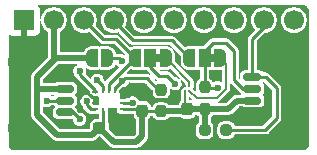
<source format=gbr>
%TF.GenerationSoftware,KiCad,Pcbnew,9.0.3*%
%TF.CreationDate,2025-09-10T00:52:22-04:00*%
%TF.ProjectId,IMU-Magnetometer,494d552d-4d61-4676-9e65-746f6d657465,rev?*%
%TF.SameCoordinates,Original*%
%TF.FileFunction,Copper,L1,Top*%
%TF.FilePolarity,Positive*%
%FSLAX46Y46*%
G04 Gerber Fmt 4.6, Leading zero omitted, Abs format (unit mm)*
G04 Created by KiCad (PCBNEW 9.0.3) date 2025-09-10 00:52:22*
%MOMM*%
%LPD*%
G01*
G04 APERTURE LIST*
G04 Aperture macros list*
%AMRoundRect*
0 Rectangle with rounded corners*
0 $1 Rounding radius*
0 $2 $3 $4 $5 $6 $7 $8 $9 X,Y pos of 4 corners*
0 Add a 4 corners polygon primitive as box body*
4,1,4,$2,$3,$4,$5,$6,$7,$8,$9,$2,$3,0*
0 Add four circle primitives for the rounded corners*
1,1,$1+$1,$2,$3*
1,1,$1+$1,$4,$5*
1,1,$1+$1,$6,$7*
1,1,$1+$1,$8,$9*
0 Add four rect primitives between the rounded corners*
20,1,$1+$1,$2,$3,$4,$5,0*
20,1,$1+$1,$4,$5,$6,$7,0*
20,1,$1+$1,$6,$7,$8,$9,0*
20,1,$1+$1,$8,$9,$2,$3,0*%
%AMFreePoly0*
4,1,23,0.550000,-0.750000,0.000000,-0.750000,0.000000,-0.745722,-0.065263,-0.745722,-0.191342,-0.711940,-0.304381,-0.646677,-0.396677,-0.554381,-0.461940,-0.441342,-0.495722,-0.315263,-0.495722,-0.250000,-0.500000,-0.250000,-0.500000,0.250000,-0.495722,0.250000,-0.495722,0.315263,-0.461940,0.441342,-0.396677,0.554381,-0.304381,0.646677,-0.191342,0.711940,-0.065263,0.745722,0.000000,0.745722,
0.000000,0.750000,0.550000,0.750000,0.550000,-0.750000,0.550000,-0.750000,$1*%
%AMFreePoly1*
4,1,23,0.000000,0.745722,0.065263,0.745722,0.191342,0.711940,0.304381,0.646677,0.396677,0.554381,0.461940,0.441342,0.495722,0.315263,0.495722,0.250000,0.500000,0.250000,0.500000,-0.250000,0.495722,-0.250000,0.495722,-0.315263,0.461940,-0.441342,0.396677,-0.554381,0.304381,-0.646677,0.191342,-0.711940,0.065263,-0.745722,0.000000,-0.745722,0.000000,-0.750000,-0.550000,-0.750000,
-0.550000,0.750000,0.000000,0.750000,0.000000,0.745722,0.000000,0.745722,$1*%
%AMFreePoly2*
4,1,23,0.500000,-0.750000,0.000000,-0.750000,0.000000,-0.745722,-0.065263,-0.745722,-0.191342,-0.711940,-0.304381,-0.646677,-0.396677,-0.554381,-0.461940,-0.441342,-0.495722,-0.315263,-0.495722,-0.250000,-0.500000,-0.250000,-0.500000,0.250000,-0.495722,0.250000,-0.495722,0.315263,-0.461940,0.441342,-0.396677,0.554381,-0.304381,0.646677,-0.191342,0.711940,-0.065263,0.745722,0.000000,0.745722,
0.000000,0.750000,0.500000,0.750000,0.500000,-0.750000,0.500000,-0.750000,$1*%
%AMFreePoly3*
4,1,23,0.000000,0.745722,0.065263,0.745722,0.191342,0.711940,0.304381,0.646677,0.396677,0.554381,0.461940,0.441342,0.495722,0.315263,0.495722,0.250000,0.500000,0.250000,0.500000,-0.250000,0.495722,-0.250000,0.495722,-0.315263,0.461940,-0.441342,0.396677,-0.554381,0.304381,-0.646677,0.191342,-0.711940,0.065263,-0.745722,0.000000,-0.745722,0.000000,-0.750000,-0.500000,-0.750000,
-0.500000,0.750000,0.000000,0.750000,0.000000,0.745722,0.000000,0.745722,$1*%
G04 Aperture macros list end*
%TA.AperFunction,EtchedComponent*%
%ADD10C,0.000000*%
%TD*%
%TA.AperFunction,SMDPad,CuDef*%
%ADD11FreePoly0,180.000000*%
%TD*%
%TA.AperFunction,SMDPad,CuDef*%
%ADD12R,1.000000X1.500000*%
%TD*%
%TA.AperFunction,SMDPad,CuDef*%
%ADD13FreePoly1,180.000000*%
%TD*%
%TA.AperFunction,SMDPad,CuDef*%
%ADD14RoundRect,0.150000X0.625000X-0.150000X0.625000X0.150000X-0.625000X0.150000X-0.625000X-0.150000X0*%
%TD*%
%TA.AperFunction,SMDPad,CuDef*%
%ADD15RoundRect,0.250000X0.650000X-0.350000X0.650000X0.350000X-0.650000X0.350000X-0.650000X-0.350000X0*%
%TD*%
%TA.AperFunction,SMDPad,CuDef*%
%ADD16FreePoly2,180.000000*%
%TD*%
%TA.AperFunction,SMDPad,CuDef*%
%ADD17FreePoly3,180.000000*%
%TD*%
%TA.AperFunction,SMDPad,CuDef*%
%ADD18C,0.180000*%
%TD*%
%TA.AperFunction,SMDPad,CuDef*%
%ADD19RoundRect,0.150000X-0.625000X0.150000X-0.625000X-0.150000X0.625000X-0.150000X0.625000X0.150000X0*%
%TD*%
%TA.AperFunction,SMDPad,CuDef*%
%ADD20RoundRect,0.250000X-0.650000X0.350000X-0.650000X-0.350000X0.650000X-0.350000X0.650000X0.350000X0*%
%TD*%
%TA.AperFunction,SMDPad,CuDef*%
%ADD21RoundRect,0.237500X-0.300000X-0.237500X0.300000X-0.237500X0.300000X0.237500X-0.300000X0.237500X0*%
%TD*%
%TA.AperFunction,SMDPad,CuDef*%
%ADD22R,0.475000X0.250000*%
%TD*%
%TA.AperFunction,SMDPad,CuDef*%
%ADD23R,0.250000X0.475000*%
%TD*%
%TA.AperFunction,SMDPad,CuDef*%
%ADD24RoundRect,0.237500X-0.250000X-0.237500X0.250000X-0.237500X0.250000X0.237500X-0.250000X0.237500X0*%
%TD*%
%TA.AperFunction,SMDPad,CuDef*%
%ADD25RoundRect,0.237500X0.237500X-0.250000X0.237500X0.250000X-0.237500X0.250000X-0.237500X-0.250000X0*%
%TD*%
%TA.AperFunction,SMDPad,CuDef*%
%ADD26RoundRect,0.237500X0.237500X-0.300000X0.237500X0.300000X-0.237500X0.300000X-0.237500X-0.300000X0*%
%TD*%
%TA.AperFunction,SMDPad,CuDef*%
%ADD27RoundRect,0.237500X-0.237500X0.300000X-0.237500X-0.300000X0.237500X-0.300000X0.237500X0.300000X0*%
%TD*%
%TA.AperFunction,ComponentPad*%
%ADD28R,1.700000X1.700000*%
%TD*%
%TA.AperFunction,ComponentPad*%
%ADD29C,1.700000*%
%TD*%
%TA.AperFunction,ViaPad*%
%ADD30C,0.600000*%
%TD*%
%TA.AperFunction,Conductor*%
%ADD31C,0.500000*%
%TD*%
%TA.AperFunction,Conductor*%
%ADD32C,0.250000*%
%TD*%
%TA.AperFunction,Conductor*%
%ADD33C,0.200000*%
%TD*%
G04 APERTURE END LIST*
D10*
%TA.AperFunction,EtchedComponent*%
%TO.C,JP3*%
G36*
X4565809Y-3333267D02*
G01*
X4065809Y-3333267D01*
X4065809Y-2733267D01*
X4565809Y-2733267D01*
X4565809Y-3333267D01*
G37*
%TD.AperFunction*%
%TA.AperFunction,EtchedComponent*%
%TO.C,JP2*%
G36*
X-34191Y-3333267D02*
G01*
X-534191Y-3333267D01*
X-534191Y-2733267D01*
X-34191Y-2733267D01*
X-34191Y-3333267D01*
G37*
%TD.AperFunction*%
%TD*%
D11*
%TO.P,JP3,1,A*%
%TO.N,/MAG_SDA*%
X4965809Y-3033267D03*
D12*
%TO.P,JP3,2,C*%
%TO.N,/SDA*%
X3665809Y-3033267D03*
D13*
%TO.P,JP3,3,B*%
%TO.N,/IMU_SDI{slash}SDA*%
X2365809Y-3033267D03*
%TD*%
D14*
%TO.P,J3,1,Pin_1*%
%TO.N,GND*%
X7690809Y-7633267D03*
%TO.P,J3,2,Pin_2*%
%TO.N,VDDIO*%
X7690809Y-6633267D03*
%TO.P,J3,3,Pin_3*%
%TO.N,/SDA*%
X7690809Y-5633267D03*
%TO.P,J3,4,Pin_4*%
%TO.N,/SCL*%
X7690809Y-4633267D03*
D15*
%TO.P,J3,MP,MountPin*%
%TO.N,GND*%
X11565809Y-8933267D03*
X11565809Y-3333267D03*
%TD*%
D16*
%TO.P,JP1,1,A*%
%TO.N,/IMU_CS*%
X-4584191Y-3033267D03*
D17*
%TO.P,JP1,2,B*%
%TO.N,VDDIO*%
X-5884191Y-3033267D03*
%TD*%
D18*
%TO.P,U2,A1,VSS*%
%TO.N,GND*%
X1965809Y-5433267D03*
%TO.P,U2,A2,SCL*%
%TO.N,/MAG_SCL*%
X2365809Y-5433267D03*
%TO.P,U2,B1,VDD*%
%TO.N,VDDIO*%
X1965809Y-5833267D03*
%TO.P,U2,B2,SDA*%
%TO.N,/MAG_SDA*%
X2365809Y-5833267D03*
%TD*%
D19*
%TO.P,J2,1,Pin_1*%
%TO.N,GND*%
X-8159191Y-4633267D03*
%TO.P,J2,2,Pin_2*%
%TO.N,VDDIO*%
X-8159191Y-5633267D03*
%TO.P,J2,3,Pin_3*%
%TO.N,/SDA*%
X-8159191Y-6633267D03*
%TO.P,J2,4,Pin_4*%
%TO.N,/SCL*%
X-8159191Y-7633267D03*
D20*
%TO.P,J2,MP,MountPin*%
%TO.N,GND*%
X-12034191Y-3333267D03*
X-12034191Y-8933267D03*
%TD*%
D21*
%TO.P,C1,1*%
%TO.N,VDDIO*%
X-5259191Y-8920767D03*
%TO.P,C1,2*%
%TO.N,GND*%
X-3534191Y-8920767D03*
%TD*%
D22*
%TO.P,U1,1,AP_SD0/AD0*%
%TO.N,/IMU_SDO*%
X-5596691Y-5870767D03*
%TO.P,U1,2,RESV*%
%TO.N,GND*%
X-5596691Y-6370767D03*
%TO.P,U1,3,RESV*%
X-5596691Y-6870767D03*
%TO.P,U1,4,INT1/INT*%
%TO.N,/IMU_INT1*%
X-5596691Y-7370767D03*
D23*
%TO.P,U1,5,VDDIO*%
%TO.N,VDDIO*%
X-4934191Y-7533267D03*
%TO.P,U1,6,GND*%
%TO.N,GND*%
X-4434191Y-7533267D03*
%TO.P,U1,7,RESV*%
X-3934191Y-7533267D03*
D22*
%TO.P,U1,8,VDD*%
%TO.N,VDDIO*%
X-3271691Y-7370767D03*
%TO.P,U1,9,INT2/FSYNC/CLKIN*%
%TO.N,/IMU_INT2*%
X-3271691Y-6870767D03*
%TO.P,U1,10,RESV/AUX1_CS*%
%TO.N,GND*%
X-3271691Y-6370767D03*
%TO.P,U1,11,RESV/AUX1_SDO*%
X-3271691Y-5870767D03*
D23*
%TO.P,U1,12,AP_CS*%
%TO.N,/IMU_CS*%
X-3934191Y-5708267D03*
%TO.P,U1,13,AP_SCLK/SCL*%
%TO.N,/IMU_SCLK{slash}SCL*%
X-4434191Y-5708267D03*
%TO.P,U1,14,AP_SDIO/SDI/SDA*%
%TO.N,/IMU_SDI{slash}SDA*%
X-4934191Y-5708267D03*
%TD*%
D11*
%TO.P,JP2,1,A*%
%TO.N,/MAG_SCL*%
X365809Y-3033267D03*
D12*
%TO.P,JP2,2,C*%
%TO.N,/SCL*%
X-934191Y-3033267D03*
D13*
%TO.P,JP2,3,B*%
%TO.N,/IMU_SCLK{slash}SCL*%
X-2234191Y-3033267D03*
%TD*%
D24*
%TO.P,R2,1*%
%TO.N,VDDIO*%
X3653309Y-9133267D03*
%TO.P,R2,2*%
%TO.N,/SCL*%
X5478309Y-9133267D03*
%TD*%
D25*
%TO.P,R3,1*%
%TO.N,VDDIO*%
X3665809Y-7345767D03*
%TO.P,R3,2*%
%TO.N,/SDA*%
X3665809Y-5520767D03*
%TD*%
%TO.P,R1,1*%
%TO.N,VDDIO*%
X-34191Y-7533267D03*
%TO.P,R1,2*%
%TO.N,/IMU_CS*%
X-34191Y-5708267D03*
%TD*%
D26*
%TO.P,C3,1*%
%TO.N,VDDIO*%
X-1634191Y-7483267D03*
%TO.P,C3,2*%
%TO.N,GND*%
X-1634191Y-5758267D03*
%TD*%
D27*
%TO.P,C2,1*%
%TO.N,VDDIO*%
X2165809Y-7370767D03*
%TO.P,C2,2*%
%TO.N,GND*%
X2165809Y-9095767D03*
%TD*%
D28*
%TO.P,J1,1,Pin_1*%
%TO.N,GND*%
X-11664191Y166733D03*
D29*
%TO.P,J1,2,Pin_2*%
%TO.N,VDDIO*%
X-9124191Y166733D03*
%TO.P,J1,3,Pin_3*%
%TO.N,/IMU_SCLK{slash}SCL*%
X-6584191Y166733D03*
%TO.P,J1,4,Pin_4*%
%TO.N,/IMU_SDI{slash}SDA*%
X-4044191Y166733D03*
%TO.P,J1,5,Pin_5*%
%TO.N,/IMU_SDO*%
X-1504191Y166733D03*
%TO.P,J1,6,Pin_6*%
%TO.N,/IMU_CS*%
X1035809Y166733D03*
%TO.P,J1,7,Pin_7*%
%TO.N,/IMU_INT1*%
X3575809Y166733D03*
%TO.P,J1,8,Pin_8*%
%TO.N,/IMU_INT2*%
X6115809Y166733D03*
%TO.P,J1,9,Pin_9*%
%TO.N,/SCL*%
X8655809Y166733D03*
%TO.P,J1,10,Pin_10*%
%TO.N,/SDA*%
X11195809Y166733D03*
%TD*%
D30*
%TO.N,GND*%
X4165809Y-10333267D03*
X11865809Y-5533267D03*
X-9534191Y-4833267D03*
X1165809Y-10233267D03*
X10565809Y-10233267D03*
X8065809Y-10233267D03*
X-2434191Y-8933267D03*
X10165809Y-8833267D03*
X11865809Y-6633267D03*
X9365809Y-10233267D03*
X6965809Y-10233267D03*
X5765809Y-10333267D03*
X-10634191Y-8833267D03*
X10865809Y-5833267D03*
X-12334191Y-7833267D03*
X-12234191Y-1933267D03*
X10865809Y-7333267D03*
X11865809Y-7833267D03*
X11865809Y-4433267D03*
X1315809Y-5983267D03*
X-2534191Y-5933267D03*
X9365809Y-3733267D03*
X2565809Y-10233267D03*
X10165809Y-3233267D03*
X10365809Y-4533267D03*
X8565809Y-1733267D03*
X3265809Y-1433267D03*
X-12334191Y-4433267D03*
X-7634191Y-1433267D03*
X-12234191Y-10233267D03*
X65809Y-9433267D03*
X8965809Y-7633267D03*
X-9734191Y-10233267D03*
X-12334191Y-6533267D03*
X1265809Y-9095767D03*
X-10634191Y-3233267D03*
X11765809Y-10233267D03*
X-12334191Y-5433267D03*
X-10934191Y-1933267D03*
X11465809Y-1833267D03*
X-11034191Y-10233267D03*
%TO.N,/IMU_INT2*%
X-2434191Y-6833267D03*
%TO.N,/SCL*%
X-6934191Y-8233267D03*
X1165809Y-5233267D03*
%TO.N,/IMU_SDI{slash}SDA*%
X-5434191Y-4933267D03*
%TO.N,/IMU_INT1*%
X-6312673Y-6711749D03*
%TO.N,/SDA*%
X-9734191Y-6633267D03*
X4765809Y-5533267D03*
%TO.N,/IMU_SDO*%
X-6934191Y-4133267D03*
%TO.N,/IMU_CS*%
X-3384191Y-3283267D03*
X-3302941Y-4964517D03*
%TD*%
D31*
%TO.N,VDDIO*%
X2003309Y-7533267D02*
X2165809Y-7370767D01*
X3665809Y-7345767D02*
X3678309Y-7333267D01*
X-8934191Y-3033267D02*
X-5884191Y-3033267D01*
D32*
X-4934191Y-7533267D02*
X-4934191Y-8595767D01*
D33*
X1965809Y-7170767D02*
X2165809Y-7370767D01*
D31*
X-34191Y-7533267D02*
X2003309Y-7533267D01*
D32*
X-1934191Y-7483267D02*
X-1634191Y-7483267D01*
D31*
X3653309Y-9133267D02*
X3653309Y-7358267D01*
X-10534191Y-7833267D02*
X-8834191Y-9533267D01*
X3653309Y-7358267D02*
X3665809Y-7345767D01*
X6365809Y-6633267D02*
X7690809Y-6633267D01*
X-9134191Y-3233267D02*
X-8934191Y-3033267D01*
X2165809Y-7370767D02*
X3640809Y-7370767D01*
D32*
X-1584191Y-7533267D02*
X-1634191Y-7483267D01*
X-34191Y-7533267D02*
X-1584191Y-7533267D01*
D31*
X-10534191Y-5633267D02*
X-10534191Y-7833267D01*
D32*
X-4934191Y-8595767D02*
X-5259191Y-8920767D01*
D31*
X-9124191Y-3223267D02*
X-9124191Y166733D01*
X-10534191Y-5633267D02*
X-10534191Y-4633267D01*
X-5871691Y-9533267D02*
X-5259191Y-8920767D01*
X5665809Y-7333267D02*
X6365809Y-6633267D01*
X-4046691Y-10133267D02*
X-2134191Y-10133267D01*
D32*
X-3271691Y-7370767D02*
X-2046691Y-7370767D01*
D31*
X-2134191Y-10133267D02*
X-1634191Y-9633267D01*
D33*
X1965809Y-5833267D02*
X1965809Y-7170767D01*
D31*
X-8834191Y-9533267D02*
X-5871691Y-9533267D01*
X-5259191Y-8920767D02*
X-4046691Y-10133267D01*
X3678309Y-7333267D02*
X5665809Y-7333267D01*
X-10534191Y-5633267D02*
X-8159191Y-5633267D01*
D32*
X-2046691Y-7370767D02*
X-1934191Y-7483267D01*
D31*
X-1634191Y-9633267D02*
X-1634191Y-7483267D01*
X3640809Y-7370767D02*
X3665809Y-7345767D01*
X-10534191Y-4633267D02*
X-9134191Y-3233267D01*
X-9134191Y-3233267D02*
X-9124191Y-3223267D01*
D33*
%TO.N,GND*%
X1315809Y-5983267D02*
X1865809Y-5433267D01*
D32*
X-9334191Y-4633267D02*
X-9534191Y-4833267D01*
X-2534191Y-5933267D02*
X-2359191Y-5758267D01*
X11465809Y-3233267D02*
X11565809Y-3333267D01*
X-11934191Y-8833267D02*
X-12034191Y-8933267D01*
X-3521691Y-8933267D02*
X-3534191Y-8920767D01*
X-3271691Y-6370767D02*
X-3271691Y-5870767D01*
X-2046691Y-5870767D02*
X-1934191Y-5758267D01*
X-7648691Y-4633267D02*
X-5911191Y-6370767D01*
X8965809Y-7633267D02*
X7690809Y-7633267D01*
X-4434191Y-7533267D02*
X-4434191Y-8020767D01*
X11865809Y-8633267D02*
X11565809Y-8933267D01*
X10165809Y-3233267D02*
X11465809Y-3233267D01*
X-10634191Y-8833267D02*
X-11934191Y-8833267D01*
X-5911191Y-6370767D02*
X-5596691Y-6370767D01*
X10165809Y-8833267D02*
X11465809Y-8833267D01*
X-10634191Y-3233267D02*
X-11934191Y-3233267D01*
X11865809Y-7833267D02*
X11865809Y-8633267D01*
X11465809Y-8833267D02*
X11565809Y-8933267D01*
X-2596691Y-5870767D02*
X-3271691Y-5870767D01*
X11865809Y-3633267D02*
X11565809Y-3333267D01*
X-1934191Y-5758267D02*
X-1634191Y-5758267D01*
X-12334191Y-3633267D02*
X-12034191Y-3333267D01*
X-12334191Y-8633267D02*
X-12034191Y-8933267D01*
X-2359191Y-5758267D02*
X-1634191Y-5758267D01*
X-4434191Y-8020767D02*
X-3534191Y-8920767D01*
X-11934191Y-3233267D02*
X-12034191Y-3333267D01*
X1265809Y-9095767D02*
X2165809Y-9095767D01*
X-3934191Y-8520767D02*
X-3534191Y-8920767D01*
X-8159191Y-4633267D02*
X-7648691Y-4633267D01*
X11865809Y-4433267D02*
X11865809Y-3633267D01*
X-8159191Y-4633267D02*
X-9334191Y-4633267D01*
X-12334191Y-4433267D02*
X-12334191Y-3633267D01*
X-3934191Y-7533267D02*
X-3934191Y-8520767D01*
D33*
X1865809Y-5433267D02*
X1965809Y-5433267D01*
D32*
X-5596691Y-6870767D02*
X-5596691Y-6370767D01*
X-2434191Y-8933267D02*
X-3521691Y-8933267D01*
X-2534191Y-5933267D02*
X-2596691Y-5870767D01*
X-12334191Y-7833267D02*
X-12334191Y-8633267D01*
%TO.N,/IMU_INT2*%
X-2434191Y-6833267D02*
X-2934191Y-6833267D01*
X-2971691Y-6870767D02*
X-3271691Y-6870767D01*
X-2934191Y-6833267D02*
X-2971691Y-6870767D01*
%TO.N,/IMU_SCLK{slash}SCL*%
X-4984191Y-1433267D02*
X-6584191Y166733D01*
X-3834191Y-1433267D02*
X-4984191Y-1433267D01*
X-4434191Y-5233267D02*
X-2234191Y-3033267D01*
X-2234191Y-3033267D02*
X-3834191Y-1433267D01*
X-4434191Y-5708267D02*
X-4434191Y-5233267D01*
%TO.N,/SCL*%
X9765809Y-8133267D02*
X9765809Y-5585277D01*
X-934191Y-3833267D02*
X-934191Y-3033267D01*
X-6934191Y-8233267D02*
X-7534191Y-7633267D01*
X8813799Y-4633267D02*
X7690809Y-4633267D01*
X8655809Y-433267D02*
X8655809Y166733D01*
X8765809Y-9133267D02*
X9765809Y-8133267D01*
X465809Y-4533267D02*
X-234191Y-4533267D01*
X-7534191Y-7633267D02*
X-8159191Y-7633267D01*
D33*
X1165809Y-5233267D02*
X965809Y-5033267D01*
D32*
X7690809Y-1398267D02*
X8655809Y-433267D01*
X7690809Y-4633267D02*
X7690809Y-1398267D01*
X5478309Y-9133267D02*
X8765809Y-9133267D01*
X9765809Y-5585277D02*
X8813799Y-4633267D01*
X1165809Y-5233267D02*
X465809Y-4533267D01*
X-234191Y-4533267D02*
X-934191Y-3833267D01*
%TO.N,/IMU_SDI{slash}SDA*%
X-4044191Y166733D02*
X-4044191Y68635D01*
X-4934191Y-5708267D02*
X-4934191Y-5433267D01*
X-2442289Y-1533267D02*
X865809Y-1533267D01*
X865809Y-1533267D02*
X2365809Y-3033267D01*
X-4044191Y68635D02*
X-2442289Y-1533267D01*
X-4934191Y-5433267D02*
X-5434191Y-4933267D01*
%TO.N,/IMU_INT1*%
X-6312673Y-6711749D02*
X-6312673Y-7029785D01*
X-5971691Y-7370767D02*
X-5596691Y-7370767D01*
X-6312673Y-7029785D02*
X-5971691Y-7370767D01*
%TO.N,/SDA*%
X6865809Y-5633267D02*
X6165809Y-4933267D01*
X4365809Y-1733267D02*
X3665809Y-2433267D01*
X-8159191Y-6633267D02*
X-9734191Y-6633267D01*
X3665809Y-2433267D02*
X3665809Y-3033267D01*
X6165809Y-2433267D02*
X5465809Y-1733267D01*
X5465809Y-1733267D02*
X4365809Y-1733267D01*
X7690809Y-5633267D02*
X6865809Y-5633267D01*
X3665809Y-5520767D02*
X3665809Y-3033267D01*
X6165809Y-4933267D02*
X6165809Y-2433267D01*
X3678309Y-5533267D02*
X3665809Y-5520767D01*
X4765809Y-5533267D02*
X3678309Y-5533267D01*
%TO.N,/IMU_SDO*%
X-5596691Y-5770767D02*
X-5596691Y-5870767D01*
X-6934191Y-4433267D02*
X-5596691Y-5770767D01*
X-6934191Y-4133267D02*
X-6934191Y-4433267D01*
%TO.N,/IMU_CS*%
X-3384191Y-3283267D02*
X-3634191Y-3033267D01*
X-3054068Y-4733267D02*
X-3052068Y-4731267D01*
X-3634191Y-3033267D02*
X-4584191Y-3033267D01*
X-1234191Y-4733267D02*
X-259191Y-5708267D01*
X-3052068Y-4731267D02*
X-2616314Y-4731267D01*
X-2614314Y-4733267D02*
X-1234191Y-4733267D01*
X-2616314Y-4731267D02*
X-2614314Y-4733267D01*
X-3934191Y-5595767D02*
X-3302941Y-4964517D01*
X-3071691Y-4733267D02*
X-3054068Y-4733267D01*
X-3934191Y-5708267D02*
X-3934191Y-5595767D01*
X-259191Y-5708267D02*
X-34191Y-5708267D01*
X-3302941Y-4964517D02*
X-3071691Y-4733267D01*
D33*
%TO.N,/MAG_SCL*%
X2365809Y-5433267D02*
X2365809Y-5033267D01*
X2365809Y-5033267D02*
X365809Y-3033267D01*
%TO.N,/MAG_SDA*%
X2365809Y-5833267D02*
X2965809Y-6433267D01*
X4665809Y-6433267D02*
X5465809Y-5633267D01*
X2965809Y-6433267D02*
X4665809Y-6433267D01*
X5465809Y-5633267D02*
X5465809Y-3533267D01*
X5465809Y-3533267D02*
X4965809Y-3033267D01*
%TD*%
%TA.AperFunction,Conductor*%
%TO.N,GND*%
G36*
X11968537Y1465925D02*
G01*
X12071473Y1454325D01*
X12082169Y1451883D01*
X12177325Y1418587D01*
X12187211Y1413827D01*
X12272574Y1360191D01*
X12281153Y1353349D01*
X12352443Y1282060D01*
X12359284Y1273482D01*
X12412920Y1188124D01*
X12417681Y1178239D01*
X12450982Y1083081D01*
X12453424Y1072384D01*
X12465001Y969661D01*
X12465309Y964173D01*
X12465309Y-10330516D01*
X12465001Y-10336002D01*
X12453404Y-10438932D01*
X12450962Y-10449630D01*
X12417666Y-10544783D01*
X12412905Y-10554669D01*
X12359270Y-10640028D01*
X12352429Y-10648606D01*
X12281147Y-10719889D01*
X12272569Y-10726730D01*
X12187210Y-10780365D01*
X12177324Y-10785126D01*
X12082171Y-10818422D01*
X12071473Y-10820864D01*
X11968562Y-10832459D01*
X11963076Y-10832767D01*
X-12431440Y-10832767D01*
X-12436926Y-10832459D01*
X-12539855Y-10820862D01*
X-12550553Y-10818420D01*
X-12645705Y-10785124D01*
X-12655591Y-10780363D01*
X-12740950Y-10726728D01*
X-12749528Y-10719887D01*
X-12820811Y-10648604D01*
X-12827652Y-10640026D01*
X-12881287Y-10554667D01*
X-12886048Y-10544781D01*
X-12919344Y-10449629D01*
X-12921786Y-10438931D01*
X-12933383Y-10336001D01*
X-12933691Y-10330515D01*
X-12933691Y-1091699D01*
X-12919339Y-1057051D01*
X-12884691Y-1042699D01*
X-12855326Y-1052473D01*
X-12756282Y-1126618D01*
X-12621564Y-1176865D01*
X-12562025Y-1183267D01*
X-11914191Y-1183267D01*
X-11914191Y-266279D01*
X-11857184Y-299192D01*
X-11730017Y-333267D01*
X-11598365Y-333267D01*
X-11471198Y-299192D01*
X-11414191Y-266279D01*
X-11414191Y-1183267D01*
X-10766357Y-1183267D01*
X-10706818Y-1176865D01*
X-10706817Y-1176865D01*
X-10572099Y-1126618D01*
X-10457002Y-1040455D01*
X-10370839Y-925358D01*
X-10320592Y-790640D01*
X-10320592Y-790639D01*
X-10314191Y-731101D01*
X-10314191Y22597D01*
X-10299839Y57245D01*
X-10265191Y71597D01*
X-10230543Y57245D01*
X-10216794Y30262D01*
X-10197593Y-90968D01*
X-10144064Y-255712D01*
X-10065423Y-410055D01*
X-9963605Y-550195D01*
X-9841119Y-672681D01*
X-9700979Y-774499D01*
X-9651444Y-799737D01*
X-9627090Y-828252D01*
X-9624691Y-843395D01*
X-9624691Y-2995657D01*
X-9639043Y-3030305D01*
X-10841505Y-4232767D01*
X-10934691Y-4325953D01*
X-10953170Y-4357959D01*
X-11000582Y-4440078D01*
X-11000582Y-4440080D01*
X-11000583Y-4440081D01*
X-11014698Y-4492759D01*
X-11034690Y-4567371D01*
X-11034691Y-4567372D01*
X-11034691Y-7899162D01*
X-11014226Y-7975535D01*
X-11000583Y-8026453D01*
X-10934691Y-8140581D01*
X-9234691Y-9840581D01*
X-9141505Y-9933767D01*
X-9027377Y-9999659D01*
X-8900086Y-10033766D01*
X-8900086Y-10033767D01*
X-8900083Y-10033767D01*
X-5805796Y-10033767D01*
X-5805795Y-10033766D01*
X-5778898Y-10026559D01*
X-5678505Y-9999659D01*
X-5678504Y-9999658D01*
X-5678502Y-9999658D01*
X-5606148Y-9957884D01*
X-5564377Y-9933767D01*
X-5293839Y-9663229D01*
X-5259191Y-9648877D01*
X-5224543Y-9663229D01*
X-4354005Y-10533767D01*
X-4239877Y-10599659D01*
X-4112586Y-10633766D01*
X-4112586Y-10633767D01*
X-4112583Y-10633767D01*
X-2068296Y-10633767D01*
X-2068295Y-10633766D01*
X-2041398Y-10626559D01*
X-1941005Y-10599659D01*
X-1941004Y-10599658D01*
X-1941002Y-10599658D01*
X-1854983Y-10549994D01*
X-1826877Y-10533767D01*
X-1233691Y-9940581D01*
X-1229756Y-9933766D01*
X-1167799Y-9826455D01*
X-1167798Y-9826451D01*
X-1133691Y-9699162D01*
X-1133691Y-8220502D01*
X-1119339Y-8185854D01*
X-1114056Y-8181276D01*
X-1083988Y-8158767D01*
X-1048075Y-8131883D01*
X-981942Y-8043541D01*
X-963979Y-8019546D01*
X-963977Y-8019542D01*
X-934549Y-7940643D01*
X-908994Y-7913195D01*
X-888639Y-7908767D01*
X-779743Y-7908767D01*
X-745095Y-7923119D01*
X-733833Y-7940643D01*
X-714646Y-7992082D01*
X-704403Y-8019545D01*
X-620307Y-8131883D01*
X-507969Y-8215979D01*
X-376490Y-8265018D01*
X-357115Y-8267101D01*
X-318371Y-8271267D01*
X-318365Y-8271267D01*
X249989Y-8271267D01*
X284858Y-8267517D01*
X308108Y-8265018D01*
X439587Y-8215979D01*
X551925Y-8131883D01*
X610676Y-8053400D01*
X642928Y-8034266D01*
X649901Y-8033767D01*
X1582599Y-8033767D01*
X1611964Y-8043541D01*
X1692028Y-8103477D01*
X1692031Y-8103479D01*
X1823510Y-8152518D01*
X1838041Y-8154080D01*
X1881629Y-8158767D01*
X1881635Y-8158767D01*
X2449989Y-8158767D01*
X2484858Y-8155017D01*
X2508108Y-8152518D01*
X2639587Y-8103479D01*
X2751925Y-8019383D01*
X2836021Y-7907045D01*
X2836237Y-7906464D01*
X2837477Y-7903143D01*
X2863032Y-7875695D01*
X2883387Y-7871267D01*
X3000431Y-7871267D01*
X3035079Y-7885619D01*
X3039657Y-7890902D01*
X3045841Y-7899162D01*
X3079693Y-7944383D01*
X3113333Y-7969566D01*
X3133174Y-7984419D01*
X3152310Y-8016672D01*
X3152809Y-8023645D01*
X3152809Y-8449173D01*
X3138457Y-8483821D01*
X3133174Y-8488399D01*
X3054693Y-8547151D01*
X2970598Y-8659486D01*
X2921557Y-8790970D01*
X2921557Y-8790971D01*
X2915309Y-8849086D01*
X2915309Y-9417447D01*
X2921557Y-9475562D01*
X2921557Y-9475563D01*
X2921557Y-9475565D01*
X2921558Y-9475566D01*
X2945830Y-9540643D01*
X2970598Y-9607047D01*
X3001912Y-9648877D01*
X3054693Y-9719383D01*
X3167031Y-9803479D01*
X3298510Y-9852518D01*
X3313041Y-9854080D01*
X3356629Y-9858767D01*
X3356635Y-9858767D01*
X3949989Y-9858767D01*
X3984858Y-9855017D01*
X4008108Y-9852518D01*
X4139587Y-9803479D01*
X4251925Y-9719383D01*
X4336021Y-9607045D01*
X4385060Y-9475566D01*
X4388851Y-9440305D01*
X4391309Y-9417447D01*
X4391309Y-8849086D01*
X4385060Y-8790971D01*
X4385060Y-8790970D01*
X4385060Y-8790968D01*
X4336021Y-8659489D01*
X4251925Y-8547151D01*
X4214790Y-8519351D01*
X4173444Y-8488399D01*
X4154308Y-8456146D01*
X4153809Y-8449173D01*
X4153809Y-8042359D01*
X4168161Y-8007711D01*
X4173432Y-8003142D01*
X4251925Y-7944383D01*
X4320033Y-7853401D01*
X4352286Y-7834266D01*
X4359259Y-7833767D01*
X5731704Y-7833767D01*
X5731704Y-7833766D01*
X5858995Y-7799659D01*
X5973123Y-7733767D01*
X6558771Y-7148119D01*
X6593419Y-7133767D01*
X6859763Y-7133767D01*
X6882008Y-7139108D01*
X6938546Y-7167915D01*
X6940505Y-7168913D01*
X7034290Y-7183767D01*
X8347327Y-7183766D01*
X8441113Y-7168913D01*
X8548876Y-7114005D01*
X8554144Y-7111321D01*
X8554146Y-7111319D01*
X8554151Y-7111317D01*
X8643859Y-7021609D01*
X8643863Y-7021602D01*
X8701453Y-6908576D01*
X8701453Y-6908574D01*
X8701455Y-6908571D01*
X8716309Y-6814786D01*
X8716308Y-6451749D01*
X8701455Y-6357963D01*
X8682256Y-6320283D01*
X8643863Y-6244931D01*
X8643858Y-6244924D01*
X8566849Y-6167915D01*
X8552497Y-6133267D01*
X8566849Y-6098619D01*
X8602406Y-6063062D01*
X8643859Y-6021609D01*
X8644453Y-6020444D01*
X8701453Y-5908576D01*
X8701453Y-5908574D01*
X8701455Y-5908571D01*
X8716309Y-5814786D01*
X8716308Y-5451749D01*
X8701455Y-5357963D01*
X8674847Y-5305742D01*
X8643863Y-5244931D01*
X8643858Y-5244924D01*
X8566850Y-5167916D01*
X8566848Y-5167914D01*
X8552497Y-5133267D01*
X8566847Y-5098620D01*
X8622835Y-5042632D01*
X8657481Y-5028282D01*
X8692127Y-5042632D01*
X8692129Y-5042634D01*
X9375957Y-5726462D01*
X9390309Y-5761110D01*
X9390309Y-7957434D01*
X9375957Y-7992082D01*
X8624624Y-8743415D01*
X8589976Y-8757767D01*
X6231699Y-8757767D01*
X6197051Y-8743415D01*
X6185789Y-8725891D01*
X6161022Y-8659491D01*
X6161020Y-8659487D01*
X6100370Y-8578470D01*
X6076925Y-8547151D01*
X5992327Y-8483821D01*
X5964589Y-8463056D01*
X5964587Y-8463055D01*
X5833108Y-8414016D01*
X5833107Y-8414015D01*
X5833105Y-8414015D01*
X5774989Y-8407767D01*
X5774983Y-8407767D01*
X5181635Y-8407767D01*
X5181629Y-8407767D01*
X5123513Y-8414015D01*
X5123512Y-8414015D01*
X4992028Y-8463056D01*
X4879693Y-8547151D01*
X4795598Y-8659486D01*
X4746557Y-8790970D01*
X4746557Y-8790971D01*
X4740309Y-8849086D01*
X4740309Y-9417447D01*
X4746557Y-9475562D01*
X4746557Y-9475563D01*
X4746557Y-9475565D01*
X4746558Y-9475566D01*
X4770830Y-9540643D01*
X4795598Y-9607047D01*
X4826912Y-9648877D01*
X4879693Y-9719383D01*
X4992031Y-9803479D01*
X5123510Y-9852518D01*
X5138041Y-9854080D01*
X5181629Y-9858767D01*
X5181635Y-9858767D01*
X5774989Y-9858767D01*
X5809858Y-9855017D01*
X5833108Y-9852518D01*
X5964587Y-9803479D01*
X6076925Y-9719383D01*
X6161021Y-9607045D01*
X6175818Y-9567374D01*
X6185789Y-9540643D01*
X6211344Y-9513195D01*
X6231699Y-9508767D01*
X8815247Y-9508767D01*
X8844464Y-9500937D01*
X8862995Y-9495972D01*
X8910747Y-9483177D01*
X8996371Y-9433742D01*
X9066284Y-9363829D01*
X10066284Y-8363829D01*
X10115720Y-8278204D01*
X10141308Y-8182706D01*
X10141309Y-8182706D01*
X10141309Y-5535839D01*
X10118776Y-5451749D01*
X10115719Y-5440339D01*
X10115718Y-5440338D01*
X10115718Y-5440336D01*
X10066283Y-5354714D01*
X9044361Y-4332792D01*
X8958739Y-4283357D01*
X8958736Y-4283356D01*
X8910985Y-4270562D01*
X8863237Y-4257767D01*
X8863235Y-4257767D01*
X8863234Y-4257767D01*
X8676997Y-4257767D01*
X8642349Y-4243415D01*
X8554151Y-4155217D01*
X8554144Y-4155212D01*
X8441117Y-4097622D01*
X8441114Y-4097621D01*
X8441113Y-4097621D01*
X8347328Y-4082767D01*
X8347326Y-4082767D01*
X8115309Y-4082767D01*
X8080661Y-4068415D01*
X8066309Y-4033767D01*
X8066309Y-1574100D01*
X8080661Y-1539452D01*
X8671994Y-948119D01*
X8706642Y-933767D01*
X8742419Y-933767D01*
X8742420Y-933767D01*
X8913510Y-906669D01*
X9078254Y-853140D01*
X9232597Y-774499D01*
X9372737Y-672681D01*
X9495223Y-550195D01*
X9597041Y-410055D01*
X9675682Y-255712D01*
X9729211Y-90968D01*
X9756309Y80122D01*
X9756309Y253343D01*
X10095309Y253343D01*
X10095309Y80122D01*
X10122406Y-90965D01*
X10122407Y-90968D01*
X10175936Y-255713D01*
X10254573Y-410049D01*
X10254576Y-410053D01*
X10254577Y-410055D01*
X10356395Y-550195D01*
X10356397Y-550197D01*
X10356400Y-550201D01*
X10478874Y-672675D01*
X10478877Y-672677D01*
X10478881Y-672681D01*
X10619021Y-774499D01*
X10619023Y-774500D01*
X10619026Y-774502D01*
X10773362Y-853139D01*
X10773364Y-853140D01*
X10938108Y-906669D01*
X11109198Y-933767D01*
X11109199Y-933767D01*
X11282419Y-933767D01*
X11282420Y-933767D01*
X11453510Y-906669D01*
X11618254Y-853140D01*
X11772597Y-774499D01*
X11912737Y-672681D01*
X12035223Y-550195D01*
X12137041Y-410055D01*
X12215682Y-255712D01*
X12269211Y-90968D01*
X12296309Y80122D01*
X12296309Y253344D01*
X12269211Y424434D01*
X12215682Y589178D01*
X12137041Y743521D01*
X12035223Y883661D01*
X11912737Y1006147D01*
X11772597Y1107965D01*
X11618254Y1186606D01*
X11453510Y1240135D01*
X11282420Y1267233D01*
X11109198Y1267233D01*
X10938108Y1240135D01*
X10773364Y1186606D01*
X10773362Y1186605D01*
X10619026Y1107968D01*
X10619023Y1107966D01*
X10619021Y1107965D01*
X10478881Y1006147D01*
X10478877Y1006143D01*
X10478874Y1006141D01*
X10356400Y883667D01*
X10356397Y883663D01*
X10356395Y883661D01*
X10254577Y743521D01*
X10254573Y743515D01*
X10175936Y589179D01*
X10122407Y424434D01*
X10122406Y424431D01*
X10095309Y253343D01*
X9756309Y253343D01*
X9756309Y253344D01*
X9729211Y424434D01*
X9675682Y589178D01*
X9597041Y743521D01*
X9495223Y883661D01*
X9372737Y1006147D01*
X9232597Y1107965D01*
X9078254Y1186606D01*
X8913510Y1240135D01*
X8742420Y1267233D01*
X8569198Y1267233D01*
X8398108Y1240135D01*
X8233364Y1186606D01*
X8233362Y1186605D01*
X8079026Y1107968D01*
X8079023Y1107966D01*
X8079021Y1107965D01*
X7938881Y1006147D01*
X7938877Y1006143D01*
X7938874Y1006141D01*
X7816400Y883667D01*
X7816397Y883663D01*
X7816395Y883661D01*
X7714577Y743521D01*
X7714573Y743515D01*
X7635936Y589179D01*
X7582407Y424434D01*
X7582406Y424431D01*
X7555309Y253343D01*
X7555309Y80122D01*
X7582406Y-90965D01*
X7582407Y-90968D01*
X7635936Y-255713D01*
X7714573Y-410049D01*
X7714576Y-410053D01*
X7714577Y-410055D01*
X7816395Y-550195D01*
X7816397Y-550197D01*
X7816400Y-550201D01*
X7877470Y-611271D01*
X7891822Y-645919D01*
X7877470Y-680567D01*
X7460247Y-1097792D01*
X7390335Y-1167704D01*
X7390334Y-1167704D01*
X7340899Y-1253326D01*
X7340898Y-1253330D01*
X7315309Y-1348829D01*
X7315309Y-4033767D01*
X7300957Y-4068415D01*
X7266309Y-4082767D01*
X7034291Y-4082767D01*
X6940505Y-4097620D01*
X6827473Y-4155212D01*
X6827466Y-4155217D01*
X6737759Y-4244924D01*
X6737754Y-4244931D01*
X6680164Y-4357957D01*
X6680164Y-4357959D01*
X6680163Y-4357961D01*
X6680163Y-4357963D01*
X6667157Y-4440081D01*
X6665309Y-4451749D01*
X6665309Y-4783434D01*
X6650957Y-4818082D01*
X6616309Y-4832434D01*
X6581661Y-4818082D01*
X6555661Y-4792082D01*
X6541309Y-4757434D01*
X6541309Y-2383830D01*
X6531844Y-2348510D01*
X6531843Y-2348505D01*
X6528515Y-2336082D01*
X6517668Y-2295603D01*
X6515719Y-2288329D01*
X6515718Y-2288327D01*
X6515718Y-2288326D01*
X6466283Y-2202704D01*
X5696371Y-1432792D01*
X5610749Y-1383357D01*
X5610746Y-1383356D01*
X5562995Y-1370562D01*
X5515247Y-1357767D01*
X5515245Y-1357767D01*
X5515244Y-1357767D01*
X4415245Y-1357767D01*
X4316373Y-1357767D01*
X4316371Y-1357767D01*
X4284539Y-1366297D01*
X4268622Y-1370562D01*
X4220871Y-1383356D01*
X4220868Y-1383357D01*
X4135246Y-1432792D01*
X4135246Y-1432793D01*
X3549624Y-2018415D01*
X3514976Y-2032767D01*
X3141131Y-2032767D01*
X3068069Y-2047300D01*
X3063609Y-2049148D01*
X3063234Y-2048242D01*
X3031325Y-2054586D01*
X3013670Y-2047272D01*
X3013585Y-2047216D01*
X3013584Y-2047215D01*
X3013582Y-2047214D01*
X2915814Y-2027767D01*
X2915809Y-2027767D01*
X2299983Y-2027767D01*
X2263267Y-2032600D01*
X2233843Y-2036474D01*
X2106688Y-2070547D01*
X2106682Y-2070549D01*
X2045067Y-2096071D01*
X2023475Y-2108537D01*
X1986292Y-2113431D01*
X1964328Y-2100749D01*
X1096371Y-1232792D01*
X1010749Y-1183357D01*
X1010746Y-1183356D01*
X952333Y-1167705D01*
X939970Y-1164392D01*
X915247Y-1157767D01*
X915245Y-1157767D01*
X915244Y-1157767D01*
X-2266456Y-1157767D01*
X-2301104Y-1143415D01*
X-3054665Y-389852D01*
X-3069017Y-355204D01*
X-3063677Y-332959D01*
X-3041899Y-290217D01*
X-3024318Y-255712D01*
X-2970789Y-90968D01*
X-2970788Y-90965D01*
X-2943691Y80122D01*
X-2943691Y253343D01*
X-2943691Y253344D01*
X-2604691Y253344D01*
X-2604691Y80122D01*
X-2577593Y-90968D01*
X-2524064Y-255712D01*
X-2445423Y-410055D01*
X-2343605Y-550195D01*
X-2221119Y-672681D01*
X-2080979Y-774499D01*
X-1926636Y-853140D01*
X-1761892Y-906669D01*
X-1590802Y-933767D01*
X-1590801Y-933767D01*
X-1417581Y-933767D01*
X-1417580Y-933767D01*
X-1246490Y-906669D01*
X-1081746Y-853140D01*
X-1081744Y-853139D01*
X-927408Y-774502D01*
X-927405Y-774500D01*
X-927403Y-774499D01*
X-787263Y-672681D01*
X-787259Y-672677D01*
X-787256Y-672675D01*
X-664782Y-550201D01*
X-664779Y-550197D01*
X-664777Y-550195D01*
X-562959Y-410055D01*
X-562958Y-410053D01*
X-562955Y-410049D01*
X-484318Y-255713D01*
X-430789Y-90968D01*
X-430788Y-90965D01*
X-403691Y80122D01*
X-403691Y253343D01*
X-403691Y253344D01*
X-64691Y253344D01*
X-64691Y80122D01*
X-37593Y-90968D01*
X-21572Y-140274D01*
X15936Y-255713D01*
X94573Y-410049D01*
X94576Y-410053D01*
X94577Y-410055D01*
X196395Y-550195D01*
X196397Y-550197D01*
X196400Y-550201D01*
X318874Y-672675D01*
X318877Y-672677D01*
X318881Y-672681D01*
X459021Y-774499D01*
X459023Y-774500D01*
X459026Y-774502D01*
X613362Y-853139D01*
X613364Y-853140D01*
X778108Y-906669D01*
X949198Y-933767D01*
X949199Y-933767D01*
X1122419Y-933767D01*
X1122420Y-933767D01*
X1293510Y-906669D01*
X1458254Y-853140D01*
X1612597Y-774499D01*
X1752737Y-672681D01*
X1875223Y-550195D01*
X1977041Y-410055D01*
X2055682Y-255712D01*
X2109211Y-90968D01*
X2136309Y80122D01*
X2136309Y253343D01*
X2475309Y253343D01*
X2475309Y80122D01*
X2502406Y-90965D01*
X2502407Y-90968D01*
X2555936Y-255713D01*
X2634573Y-410049D01*
X2634576Y-410053D01*
X2634577Y-410055D01*
X2736395Y-550195D01*
X2736397Y-550197D01*
X2736400Y-550201D01*
X2858874Y-672675D01*
X2858877Y-672677D01*
X2858881Y-672681D01*
X2999021Y-774499D01*
X2999023Y-774500D01*
X2999026Y-774502D01*
X3153362Y-853139D01*
X3153364Y-853140D01*
X3318108Y-906669D01*
X3489198Y-933767D01*
X3489199Y-933767D01*
X3662419Y-933767D01*
X3662420Y-933767D01*
X3833510Y-906669D01*
X3998254Y-853140D01*
X4152597Y-774499D01*
X4292737Y-672681D01*
X4415223Y-550195D01*
X4517041Y-410055D01*
X4595682Y-255712D01*
X4649211Y-90968D01*
X4676309Y80122D01*
X4676309Y253343D01*
X5015309Y253343D01*
X5015309Y80122D01*
X5042406Y-90965D01*
X5042407Y-90968D01*
X5095936Y-255713D01*
X5174573Y-410049D01*
X5174576Y-410053D01*
X5174577Y-410055D01*
X5276395Y-550195D01*
X5276397Y-550197D01*
X5276400Y-550201D01*
X5398874Y-672675D01*
X5398877Y-672677D01*
X5398881Y-672681D01*
X5539021Y-774499D01*
X5539023Y-774500D01*
X5539026Y-774502D01*
X5693362Y-853139D01*
X5693364Y-853140D01*
X5858108Y-906669D01*
X6029198Y-933767D01*
X6029199Y-933767D01*
X6202419Y-933767D01*
X6202420Y-933767D01*
X6373510Y-906669D01*
X6538254Y-853140D01*
X6692597Y-774499D01*
X6832737Y-672681D01*
X6955223Y-550195D01*
X7057041Y-410055D01*
X7135682Y-255712D01*
X7189211Y-90968D01*
X7216309Y80122D01*
X7216309Y253344D01*
X7189211Y424434D01*
X7135682Y589178D01*
X7057041Y743521D01*
X6955223Y883661D01*
X6832737Y1006147D01*
X6692597Y1107965D01*
X6538254Y1186606D01*
X6373510Y1240135D01*
X6202420Y1267233D01*
X6029198Y1267233D01*
X5858108Y1240135D01*
X5693364Y1186606D01*
X5693362Y1186605D01*
X5539026Y1107968D01*
X5539023Y1107966D01*
X5539021Y1107965D01*
X5398881Y1006147D01*
X5398877Y1006143D01*
X5398874Y1006141D01*
X5276400Y883667D01*
X5276397Y883663D01*
X5276395Y883661D01*
X5174577Y743521D01*
X5174573Y743515D01*
X5095936Y589179D01*
X5042407Y424434D01*
X5042406Y424431D01*
X5015309Y253343D01*
X4676309Y253343D01*
X4676309Y253344D01*
X4649211Y424434D01*
X4595682Y589178D01*
X4517041Y743521D01*
X4415223Y883661D01*
X4292737Y1006147D01*
X4152597Y1107965D01*
X3998254Y1186606D01*
X3833510Y1240135D01*
X3662420Y1267233D01*
X3489198Y1267233D01*
X3318108Y1240135D01*
X3153364Y1186606D01*
X3153362Y1186605D01*
X2999026Y1107968D01*
X2999023Y1107966D01*
X2999021Y1107965D01*
X2858881Y1006147D01*
X2858877Y1006143D01*
X2858874Y1006141D01*
X2736400Y883667D01*
X2736397Y883663D01*
X2736395Y883661D01*
X2634577Y743521D01*
X2634573Y743515D01*
X2555936Y589179D01*
X2502407Y424434D01*
X2502406Y424431D01*
X2475309Y253343D01*
X2136309Y253343D01*
X2136309Y253344D01*
X2109211Y424434D01*
X2055682Y589178D01*
X1977041Y743521D01*
X1875223Y883661D01*
X1752737Y1006147D01*
X1612597Y1107965D01*
X1458254Y1186606D01*
X1293510Y1240135D01*
X1122420Y1267233D01*
X949198Y1267233D01*
X778108Y1240135D01*
X613364Y1186606D01*
X613362Y1186605D01*
X459026Y1107968D01*
X459023Y1107966D01*
X459021Y1107965D01*
X318881Y1006147D01*
X318877Y1006143D01*
X318874Y1006141D01*
X196400Y883667D01*
X196397Y883663D01*
X196395Y883661D01*
X94577Y743521D01*
X94573Y743515D01*
X15936Y589179D01*
X15936Y589178D01*
X-37593Y424434D01*
X-64691Y253344D01*
X-403691Y253344D01*
X-430788Y424431D01*
X-430789Y424434D01*
X-484318Y589179D01*
X-562955Y743515D01*
X-562959Y743521D01*
X-664777Y883661D01*
X-664779Y883663D01*
X-664782Y883667D01*
X-787256Y1006141D01*
X-787259Y1006143D01*
X-787263Y1006147D01*
X-927403Y1107965D01*
X-927405Y1107966D01*
X-927408Y1107968D01*
X-1081744Y1186605D01*
X-1081746Y1186606D01*
X-1246490Y1240135D01*
X-1417580Y1267233D01*
X-1590802Y1267233D01*
X-1761892Y1240135D01*
X-1926636Y1186606D01*
X-2080979Y1107965D01*
X-2221119Y1006147D01*
X-2343605Y883661D01*
X-2445423Y743521D01*
X-2524064Y589178D01*
X-2577593Y424434D01*
X-2604691Y253344D01*
X-2943691Y253344D01*
X-2970788Y424431D01*
X-2970789Y424434D01*
X-3024318Y589179D01*
X-3102955Y743515D01*
X-3102959Y743521D01*
X-3204777Y883661D01*
X-3204779Y883663D01*
X-3204782Y883667D01*
X-3327256Y1006141D01*
X-3327259Y1006143D01*
X-3327263Y1006147D01*
X-3467403Y1107965D01*
X-3467405Y1107966D01*
X-3467408Y1107968D01*
X-3621744Y1186605D01*
X-3621746Y1186606D01*
X-3786490Y1240135D01*
X-3957580Y1267233D01*
X-4130802Y1267233D01*
X-4301892Y1240135D01*
X-4466636Y1186606D01*
X-4620979Y1107965D01*
X-4761119Y1006147D01*
X-4883605Y883661D01*
X-4985423Y743521D01*
X-5064064Y589178D01*
X-5117593Y424434D01*
X-5144691Y253344D01*
X-5144691Y80122D01*
X-5117593Y-90968D01*
X-5064064Y-255712D01*
X-4985423Y-410055D01*
X-4883605Y-550195D01*
X-4761119Y-672681D01*
X-4620979Y-774499D01*
X-4466636Y-853140D01*
X-4301892Y-906669D01*
X-4130802Y-933767D01*
X-4130801Y-933767D01*
X-3957581Y-933767D01*
X-3957580Y-933767D01*
X-3786490Y-906669D01*
X-3674231Y-870193D01*
X-3636847Y-873135D01*
X-3624447Y-882144D01*
X-2672851Y-1833742D01*
X-2587226Y-1883178D01*
X-2491728Y-1908766D01*
X-2491728Y-1908767D01*
X-2491725Y-1908767D01*
X-2491724Y-1908767D01*
X689976Y-1908767D01*
X724624Y-1923119D01*
X1595957Y-2794452D01*
X1610309Y-2829100D01*
X1610309Y-3349093D01*
X1616263Y-3394317D01*
X1619016Y-3415232D01*
X1653089Y-3542387D01*
X1653091Y-3542393D01*
X1678614Y-3604011D01*
X1744438Y-3718021D01*
X1744448Y-3718036D01*
X1785035Y-3770930D01*
X1785046Y-3770942D01*
X1878133Y-3864029D01*
X1878145Y-3864040D01*
X1931039Y-3904627D01*
X1931045Y-3904631D01*
X1931052Y-3904636D01*
X1968501Y-3926257D01*
X2001061Y-3945056D01*
X2045066Y-3970462D01*
X2106686Y-3995986D01*
X2162752Y-4011009D01*
X2233843Y-4030059D01*
X2233847Y-4030059D01*
X2233853Y-4030061D01*
X2299983Y-4038767D01*
X2299987Y-4038767D01*
X2915809Y-4038767D01*
X2959587Y-4030059D01*
X3013581Y-4019319D01*
X3013581Y-4019318D01*
X3013585Y-4019318D01*
X3013663Y-4019265D01*
X3013755Y-4019247D01*
X3018044Y-4017471D01*
X3018397Y-4018323D01*
X3050444Y-4011944D01*
X3063608Y-4017396D01*
X3063612Y-4017387D01*
X3068069Y-4019233D01*
X3141135Y-4033767D01*
X3241309Y-4033767D01*
X3275957Y-4048119D01*
X3290309Y-4082767D01*
X3290309Y-4767377D01*
X3275957Y-4802025D01*
X3258433Y-4813287D01*
X3192033Y-4838053D01*
X3192029Y-4838055D01*
X3079693Y-4922151D01*
X2995598Y-5034486D01*
X2946557Y-5165970D01*
X2946557Y-5165971D01*
X2940309Y-5224086D01*
X2940309Y-5793789D01*
X2925957Y-5828437D01*
X2891309Y-5842789D01*
X2856661Y-5828437D01*
X2684001Y-5655777D01*
X2669649Y-5621129D01*
X2676214Y-5596628D01*
X2682175Y-5586304D01*
X2692423Y-5568555D01*
X2716308Y-5479414D01*
X2716309Y-5479414D01*
X2716309Y-4987120D01*
X2716308Y-4987119D01*
X2701751Y-4932792D01*
X2692423Y-4897979D01*
X2688995Y-4892042D01*
X2646279Y-4818055D01*
X1135661Y-3307437D01*
X1121309Y-3272789D01*
X1121309Y-2717444D01*
X1121309Y-2717441D01*
X1112603Y-2651311D01*
X1112601Y-2651305D01*
X1112601Y-2651301D01*
X1093551Y-2580210D01*
X1078528Y-2524144D01*
X1053004Y-2462524D01*
X987178Y-2348510D01*
X987169Y-2348497D01*
X946582Y-2295603D01*
X946571Y-2295591D01*
X853484Y-2202504D01*
X853472Y-2202493D01*
X800578Y-2161906D01*
X800563Y-2161896D01*
X686553Y-2096072D01*
X624935Y-2070549D01*
X624929Y-2070547D01*
X497774Y-2036474D01*
X476686Y-2033698D01*
X431635Y-2027767D01*
X-184191Y-2027767D01*
X-184196Y-2027767D01*
X-281964Y-2047214D01*
X-281966Y-2047215D01*
X-281967Y-2047216D01*
X-282051Y-2047272D01*
X-282152Y-2047292D01*
X-286424Y-2049062D01*
X-286776Y-2048211D01*
X-318833Y-2054587D01*
X-331987Y-2049138D01*
X-331991Y-2049148D01*
X-336451Y-2047300D01*
X-409513Y-2032767D01*
X-409517Y-2032767D01*
X-1458865Y-2032767D01*
X-1458868Y-2032767D01*
X-1531931Y-2047300D01*
X-1536392Y-2049148D01*
X-1536767Y-2048242D01*
X-1568671Y-2054586D01*
X-1586321Y-2047277D01*
X-1586408Y-2047218D01*
X-1586415Y-2047215D01*
X-1684187Y-2027767D01*
X-1684191Y-2027767D01*
X-2300017Y-2027767D01*
X-2345068Y-2033698D01*
X-2366156Y-2036474D01*
X-2493311Y-2070547D01*
X-2493317Y-2070549D01*
X-2511364Y-2078025D01*
X-2554934Y-2096072D01*
X-2563033Y-2100748D01*
X-2576523Y-2108536D01*
X-2613705Y-2113430D01*
X-2635670Y-2100748D01*
X-3603628Y-1132793D01*
X-3603628Y-1132792D01*
X-3689250Y-1083357D01*
X-3689253Y-1083356D01*
X-3737004Y-1070562D01*
X-3752921Y-1066297D01*
X-3784753Y-1057767D01*
X-3784755Y-1057767D01*
X-3784756Y-1057767D01*
X-4808357Y-1057767D01*
X-4843005Y-1043415D01*
X-5561554Y-324865D01*
X-5575906Y-290217D01*
X-5570565Y-267974D01*
X-5564318Y-255712D01*
X-5510789Y-90968D01*
X-5510788Y-90965D01*
X-5483691Y80122D01*
X-5483691Y253343D01*
X-5510788Y424431D01*
X-5510789Y424434D01*
X-5564318Y589179D01*
X-5642955Y743515D01*
X-5642959Y743521D01*
X-5744777Y883661D01*
X-5744779Y883663D01*
X-5744782Y883667D01*
X-5867256Y1006141D01*
X-5867259Y1006143D01*
X-5867263Y1006147D01*
X-6007403Y1107965D01*
X-6007405Y1107966D01*
X-6007408Y1107968D01*
X-6161744Y1186605D01*
X-6161746Y1186606D01*
X-6326490Y1240135D01*
X-6497580Y1267233D01*
X-6670802Y1267233D01*
X-6841892Y1240135D01*
X-7006636Y1186606D01*
X-7160979Y1107965D01*
X-7301119Y1006147D01*
X-7423605Y883661D01*
X-7525423Y743521D01*
X-7604064Y589178D01*
X-7657593Y424434D01*
X-7684691Y253344D01*
X-7684691Y80122D01*
X-7657593Y-90968D01*
X-7604064Y-255712D01*
X-7525423Y-410055D01*
X-7423605Y-550195D01*
X-7301119Y-672681D01*
X-7160979Y-774499D01*
X-7006636Y-853140D01*
X-6841892Y-906669D01*
X-6670802Y-933767D01*
X-6670801Y-933767D01*
X-6497581Y-933767D01*
X-6497580Y-933767D01*
X-6326490Y-906669D01*
X-6161746Y-853140D01*
X-6149481Y-846890D01*
X-6112096Y-843949D01*
X-6092592Y-855901D01*
X-5214754Y-1733742D01*
X-5129128Y-1783178D01*
X-5033630Y-1808766D01*
X-5033630Y-1808767D01*
X-5033627Y-1808767D01*
X-5033626Y-1808767D01*
X-4010024Y-1808767D01*
X-3975376Y-1823119D01*
X-3095373Y-2703121D01*
X-3081022Y-2737768D01*
X-3095374Y-2772416D01*
X-3130022Y-2786768D01*
X-3154521Y-2780204D01*
X-3171705Y-2770283D01*
X-3171707Y-2770282D01*
X-3311713Y-2732767D01*
X-3311716Y-2732767D01*
X-3390543Y-2732767D01*
X-3415043Y-2726202D01*
X-3489250Y-2683357D01*
X-3489253Y-2683356D01*
X-3537004Y-2670562D01*
X-3552921Y-2666297D01*
X-3584753Y-2657767D01*
X-3584755Y-2657767D01*
X-3584756Y-2657767D01*
X-3798069Y-2657767D01*
X-3832717Y-2643415D01*
X-3845399Y-2621449D01*
X-3871469Y-2524150D01*
X-3871473Y-2524140D01*
X-3896996Y-2462522D01*
X-3962822Y-2348510D01*
X-3962830Y-2348497D01*
X-4003417Y-2295603D01*
X-4003428Y-2295591D01*
X-4096515Y-2202504D01*
X-4096527Y-2202493D01*
X-4149421Y-2161906D01*
X-4149436Y-2161896D01*
X-4263446Y-2096072D01*
X-4325064Y-2070549D01*
X-4325070Y-2070547D01*
X-4452225Y-2036474D01*
X-4481649Y-2032600D01*
X-4518365Y-2027767D01*
X-5084191Y-2027767D01*
X-5084196Y-2027767D01*
X-5181965Y-2047215D01*
X-5181966Y-2047215D01*
X-5206969Y-2063921D01*
X-5243751Y-2071237D01*
X-5261413Y-2063921D01*
X-5286415Y-2047215D01*
X-5384185Y-2027767D01*
X-5384191Y-2027767D01*
X-5950017Y-2027767D01*
X-5995068Y-2033698D01*
X-6016156Y-2036474D01*
X-6143311Y-2070547D01*
X-6143317Y-2070549D01*
X-6204935Y-2096072D01*
X-6318945Y-2161896D01*
X-6318960Y-2161906D01*
X-6371854Y-2202493D01*
X-6371866Y-2202504D01*
X-6464953Y-2295591D01*
X-6464964Y-2295603D01*
X-6505551Y-2348497D01*
X-6505560Y-2348510D01*
X-6571385Y-2462522D01*
X-6587953Y-2502519D01*
X-6614472Y-2529037D01*
X-6633223Y-2532767D01*
X-8574691Y-2532767D01*
X-8609339Y-2518415D01*
X-8623691Y-2483767D01*
X-8623691Y-843395D01*
X-8609339Y-808747D01*
X-8596941Y-799739D01*
X-8547403Y-774499D01*
X-8407263Y-672681D01*
X-8407259Y-672677D01*
X-8407256Y-672675D01*
X-8284782Y-550201D01*
X-8284779Y-550197D01*
X-8284777Y-550195D01*
X-8182959Y-410055D01*
X-8182958Y-410053D01*
X-8182955Y-410049D01*
X-8104318Y-255713D01*
X-8050789Y-90968D01*
X-8050788Y-90965D01*
X-8023691Y80122D01*
X-8023691Y253343D01*
X-8050788Y424431D01*
X-8050789Y424434D01*
X-8104318Y589179D01*
X-8182955Y743515D01*
X-8182959Y743521D01*
X-8284777Y883661D01*
X-8284779Y883663D01*
X-8284782Y883667D01*
X-8407256Y1006141D01*
X-8407259Y1006143D01*
X-8407263Y1006147D01*
X-8547403Y1107965D01*
X-8547405Y1107966D01*
X-8547408Y1107968D01*
X-8701744Y1186605D01*
X-8701746Y1186606D01*
X-8866490Y1240135D01*
X-9037580Y1267233D01*
X-9210802Y1267233D01*
X-9381892Y1240135D01*
X-9546636Y1186606D01*
X-9700979Y1107965D01*
X-9841119Y1006147D01*
X-9963605Y883661D01*
X-10065423Y743521D01*
X-10144064Y589178D01*
X-10197593Y424434D01*
X-10215580Y310868D01*
X-10216794Y303203D01*
X-10236389Y271226D01*
X-10272856Y262471D01*
X-10304833Y282066D01*
X-10314191Y310868D01*
X-10314191Y1064567D01*
X-10320592Y1124105D01*
X-10320592Y1124106D01*
X-10370839Y1258824D01*
X-10457002Y1373921D01*
X-10462459Y1378007D01*
X-10481595Y1410260D01*
X-10472320Y1446598D01*
X-10440067Y1465734D01*
X-10433094Y1466233D01*
X11899912Y1466233D01*
X11963050Y1466233D01*
X11968537Y1465925D01*
G37*
%TD.AperFunction*%
%TA.AperFunction,Conductor*%
G36*
X-3774043Y-7285119D02*
G01*
X-3759691Y-7319767D01*
X-3759691Y-7520441D01*
X-3745157Y-7593507D01*
X-3689792Y-7676368D01*
X-3606931Y-7731733D01*
X-3533865Y-7746267D01*
X-3321126Y-7746267D01*
X-2408691Y-7746267D01*
X-2374043Y-7760619D01*
X-2359691Y-7795267D01*
X-2359691Y-7829947D01*
X-2357169Y-7853402D01*
X-2353442Y-7888066D01*
X-2304403Y-8019545D01*
X-2220307Y-8131883D01*
X-2170843Y-8168911D01*
X-2154326Y-8181276D01*
X-2135190Y-8213529D01*
X-2134691Y-8220502D01*
X-2134691Y-9405657D01*
X-2149043Y-9440305D01*
X-2327153Y-9618415D01*
X-2361801Y-9632767D01*
X-3819081Y-9632767D01*
X-3853729Y-9618415D01*
X-4456839Y-9015305D01*
X-4471191Y-8980657D01*
X-4471191Y-8636586D01*
X-4477439Y-8578471D01*
X-4477439Y-8578470D01*
X-4526480Y-8446986D01*
X-4548917Y-8417015D01*
X-4558691Y-8387650D01*
X-4558691Y-7319767D01*
X-4544339Y-7285119D01*
X-4509691Y-7270767D01*
X-3808691Y-7270767D01*
X-3774043Y-7285119D01*
G37*
%TD.AperFunction*%
%TA.AperFunction,Conductor*%
G36*
X-7145048Y-3548119D02*
G01*
X-7130696Y-3582767D01*
X-7145048Y-3617415D01*
X-7155196Y-3625202D01*
X-7272206Y-3692758D01*
X-7374700Y-3795252D01*
X-7383630Y-3810719D01*
X-7447174Y-3920779D01*
X-7447174Y-3920781D01*
X-7447175Y-3920782D01*
X-7452367Y-3940160D01*
X-7484691Y-4060789D01*
X-7484691Y-4205744D01*
X-7474192Y-4244924D01*
X-7447175Y-4345752D01*
X-7447174Y-4345753D01*
X-7447174Y-4345754D01*
X-7438611Y-4360584D01*
X-7374700Y-4471282D01*
X-7299357Y-4546623D01*
X-7286678Y-4568585D01*
X-7284101Y-4578205D01*
X-7234666Y-4663829D01*
X-7234665Y-4663830D01*
X-6099043Y-5799452D01*
X-6084691Y-5834100D01*
X-6084691Y-6020441D01*
X-6070157Y-6093507D01*
X-6050267Y-6123274D01*
X-6042951Y-6160054D01*
X-6063787Y-6191237D01*
X-6100569Y-6198554D01*
X-6103692Y-6197825D01*
X-6240195Y-6161249D01*
X-6240198Y-6161249D01*
X-6385148Y-6161249D01*
X-6385151Y-6161249D01*
X-6525156Y-6198764D01*
X-6525160Y-6198765D01*
X-6632292Y-6260619D01*
X-6650688Y-6271240D01*
X-6753182Y-6373734D01*
X-6764166Y-6392759D01*
X-6825656Y-6499261D01*
X-6825657Y-6499265D01*
X-6863173Y-6639271D01*
X-6863173Y-6784226D01*
X-6849661Y-6834651D01*
X-6825657Y-6924234D01*
X-6753182Y-7049764D01*
X-6684440Y-7118505D01*
X-6671761Y-7140464D01*
X-6662583Y-7174723D01*
X-6613148Y-7260347D01*
X-6613147Y-7260348D01*
X-6272166Y-7601329D01*
X-6202253Y-7671242D01*
X-6116629Y-7720677D01*
X-6068877Y-7733472D01*
X-6040227Y-7741149D01*
X-6021129Y-7746267D01*
X-5358691Y-7746267D01*
X-5324043Y-7760619D01*
X-5309691Y-7795267D01*
X-5309691Y-8146267D01*
X-5324043Y-8180915D01*
X-5358691Y-8195267D01*
X-5605871Y-8195267D01*
X-5663986Y-8201515D01*
X-5663987Y-8201515D01*
X-5663989Y-8201515D01*
X-5663990Y-8201516D01*
X-5795469Y-8250555D01*
X-5795471Y-8250556D01*
X-5814789Y-8265018D01*
X-5907807Y-8334651D01*
X-5975309Y-8424822D01*
X-5990978Y-8445754D01*
X-5991903Y-8446989D01*
X-6040942Y-8578468D01*
X-6040942Y-8578470D01*
X-6040942Y-8578471D01*
X-6047191Y-8636586D01*
X-6047191Y-8980657D01*
X-6061543Y-9015305D01*
X-6064653Y-9018415D01*
X-6099301Y-9032767D01*
X-8606581Y-9032767D01*
X-8641229Y-9018415D01*
X-10019339Y-7640305D01*
X-10033691Y-7605657D01*
X-10033691Y-7180883D01*
X-10019339Y-7146235D01*
X-9984691Y-7131883D01*
X-9960191Y-7138447D01*
X-9946676Y-7146251D01*
X-9806669Y-7183766D01*
X-9806669Y-7183767D01*
X-9806666Y-7183767D01*
X-9661713Y-7183767D01*
X-9555167Y-7155217D01*
X-9521706Y-7146251D01*
X-9521705Y-7146250D01*
X-9521703Y-7146250D01*
X-9434690Y-7096012D01*
X-9396176Y-7073776D01*
X-9345519Y-7023119D01*
X-9310871Y-7008767D01*
X-9145379Y-7008767D01*
X-9110731Y-7023119D01*
X-9035231Y-7098619D01*
X-9020879Y-7133267D01*
X-9035231Y-7167915D01*
X-9112240Y-7244924D01*
X-9112245Y-7244931D01*
X-9169835Y-7357957D01*
X-9169835Y-7357959D01*
X-9169837Y-7357963D01*
X-9184691Y-7451748D01*
X-9184690Y-7814785D01*
X-9169837Y-7908571D01*
X-9162424Y-7923119D01*
X-9112663Y-8020782D01*
X-9112241Y-8021609D01*
X-9022533Y-8111317D01*
X-9022528Y-8111319D01*
X-9022526Y-8111321D01*
X-8953940Y-8146267D01*
X-8909495Y-8168913D01*
X-8815710Y-8183767D01*
X-7535024Y-8183766D01*
X-7500377Y-8198118D01*
X-7499043Y-8199452D01*
X-7484691Y-8234100D01*
X-7484691Y-8305744D01*
X-7469126Y-8363830D01*
X-7447175Y-8445752D01*
X-7374700Y-8571282D01*
X-7272206Y-8673776D01*
X-7146676Y-8746251D01*
X-7076671Y-8765009D01*
X-7006668Y-8783767D01*
X-7006666Y-8783767D01*
X-6861713Y-8783767D01*
X-6756708Y-8755630D01*
X-6721706Y-8746251D01*
X-6721705Y-8746250D01*
X-6721703Y-8746250D01*
X-6642121Y-8700302D01*
X-6596176Y-8673776D01*
X-6493682Y-8571282D01*
X-6445829Y-8488399D01*
X-6421207Y-8445754D01*
X-6421206Y-8445750D01*
X-6383691Y-8305744D01*
X-6383691Y-8160789D01*
X-6383690Y-8160789D01*
X-6421206Y-8020783D01*
X-6421207Y-8020779D01*
X-6493682Y-7895251D01*
X-6596175Y-7792759D01*
X-6596175Y-7792758D01*
X-6721703Y-7720283D01*
X-6721707Y-7720282D01*
X-6861713Y-7682767D01*
X-6861716Y-7682767D01*
X-6933358Y-7682767D01*
X-6968006Y-7668415D01*
X-7119339Y-7517080D01*
X-7133691Y-7482434D01*
X-7133691Y-7451749D01*
X-7148544Y-7357962D01*
X-7206136Y-7244931D01*
X-7206141Y-7244924D01*
X-7283151Y-7167915D01*
X-7297503Y-7133267D01*
X-7283151Y-7098619D01*
X-7206141Y-7021609D01*
X-7206136Y-7021602D01*
X-7148546Y-6908576D01*
X-7148546Y-6908574D01*
X-7148545Y-6908572D01*
X-7148545Y-6908571D01*
X-7133691Y-6814786D01*
X-7133691Y-6638055D01*
X-7133691Y-6451749D01*
X-7148544Y-6357963D01*
X-7206136Y-6244931D01*
X-7206141Y-6244924D01*
X-7283151Y-6167915D01*
X-7297503Y-6133267D01*
X-7283151Y-6098619D01*
X-7206141Y-6021609D01*
X-7206136Y-6021602D01*
X-7148546Y-5908576D01*
X-7148546Y-5908574D01*
X-7148545Y-5908572D01*
X-7148545Y-5908571D01*
X-7133691Y-5814786D01*
X-7133691Y-5645001D01*
X-7133691Y-5451749D01*
X-7148544Y-5357963D01*
X-7206136Y-5244931D01*
X-7206141Y-5244924D01*
X-7295848Y-5155217D01*
X-7295855Y-5155212D01*
X-7408882Y-5097622D01*
X-7408886Y-5097621D01*
X-7408887Y-5097621D01*
X-7502672Y-5082767D01*
X-7502673Y-5082767D01*
X-8815708Y-5082767D01*
X-8909494Y-5097620D01*
X-8967992Y-5127426D01*
X-8990237Y-5132767D01*
X-9984691Y-5132767D01*
X-10019339Y-5118415D01*
X-10033691Y-5083767D01*
X-10033691Y-4860877D01*
X-10019339Y-4826229D01*
X-8741229Y-3548119D01*
X-8706581Y-3533767D01*
X-7179696Y-3533767D01*
X-7145048Y-3548119D01*
G37*
%TD.AperFunction*%
%TA.AperFunction,Conductor*%
G36*
X1697657Y-4860797D02*
G01*
X2000957Y-5164097D01*
X2015309Y-5198745D01*
X2015309Y-5433767D01*
X2000957Y-5468415D01*
X1966309Y-5482767D01*
X1919662Y-5482767D01*
X1830522Y-5506652D01*
X1830519Y-5506653D01*
X1750603Y-5552794D01*
X1750597Y-5552798D01*
X1700357Y-5603037D01*
X1700354Y-5603040D01*
X1685340Y-5618055D01*
X1669791Y-5644984D01*
X1669780Y-5645001D01*
X1639195Y-5697976D01*
X1639194Y-5697980D01*
X1615309Y-5787120D01*
X1615309Y-6670960D01*
X1600957Y-6705608D01*
X1595675Y-6710185D01*
X1579698Y-6722145D01*
X1579692Y-6722152D01*
X1495598Y-6834486D01*
X1446557Y-6965970D01*
X1446556Y-6965972D01*
X1444081Y-6989004D01*
X1426108Y-7021920D01*
X1395362Y-7032767D01*
X649901Y-7032767D01*
X615253Y-7018415D01*
X610684Y-7013143D01*
X551925Y-6934651D01*
X465919Y-6870267D01*
X439589Y-6850556D01*
X439587Y-6850555D01*
X308108Y-6801516D01*
X308107Y-6801515D01*
X308105Y-6801515D01*
X249989Y-6795267D01*
X249983Y-6795267D01*
X-318365Y-6795267D01*
X-318371Y-6795267D01*
X-376486Y-6801515D01*
X-376487Y-6801515D01*
X-376489Y-6801515D01*
X-376490Y-6801516D01*
X-507969Y-6850555D01*
X-507971Y-6850556D01*
X-534301Y-6870267D01*
X-620307Y-6934651D01*
X-665684Y-6995267D01*
X-704402Y-7046987D01*
X-704404Y-7046991D01*
X-733833Y-7125891D01*
X-741044Y-7133636D01*
X-745095Y-7143415D01*
X-753320Y-7146822D01*
X-759388Y-7153339D01*
X-779743Y-7157767D01*
X-862400Y-7157767D01*
X-897048Y-7143415D01*
X-911119Y-7114005D01*
X-914939Y-7078471D01*
X-914939Y-7078470D01*
X-963980Y-6946986D01*
X-1048075Y-6834651D01*
X-1160410Y-6750556D01*
X-1291894Y-6701515D01*
X-1350011Y-6695267D01*
X-1350017Y-6695267D01*
X-1863650Y-6695267D01*
X-1898298Y-6680915D01*
X-1910980Y-6658949D01*
X-1921206Y-6620782D01*
X-1921207Y-6620779D01*
X-1993682Y-6495251D01*
X-2096175Y-6392759D01*
X-2096175Y-6392758D01*
X-2221703Y-6320283D01*
X-2221707Y-6320282D01*
X-2361713Y-6282767D01*
X-2361716Y-6282767D01*
X-2506666Y-6282767D01*
X-2506669Y-6282767D01*
X-2646674Y-6320282D01*
X-2646678Y-6320283D01*
X-2772206Y-6392758D01*
X-2822863Y-6443415D01*
X-2857511Y-6457767D01*
X-2983627Y-6457767D01*
X-2992183Y-6460059D01*
X-2992184Y-6460060D01*
X-3079124Y-6483355D01*
X-3079126Y-6483356D01*
X-3079129Y-6483357D01*
X-3088389Y-6488703D01*
X-3112887Y-6495267D01*
X-3485191Y-6495267D01*
X-3519839Y-6480915D01*
X-3534191Y-6446267D01*
X-3534191Y-5970767D01*
X-3544339Y-5960619D01*
X-3558691Y-5925971D01*
X-3558691Y-5771600D01*
X-3544339Y-5736952D01*
X-3336756Y-5529369D01*
X-3302108Y-5515017D01*
X-3230463Y-5515017D01*
X-3110109Y-5482767D01*
X-3090456Y-5477501D01*
X-3090455Y-5477500D01*
X-3090453Y-5477500D01*
X-3010871Y-5431552D01*
X-2964926Y-5405026D01*
X-2862432Y-5302532D01*
X-2789957Y-5177004D01*
X-2789956Y-5177000D01*
X-2780868Y-5143084D01*
X-2773080Y-5132935D01*
X-2768186Y-5121119D01*
X-2762068Y-5118585D01*
X-2758037Y-5113331D01*
X-2733538Y-5106767D01*
X-2677665Y-5106767D01*
X-2664978Y-5108438D01*
X-2663751Y-5108767D01*
X-2663750Y-5108767D01*
X-2663749Y-5108767D01*
X-1410024Y-5108767D01*
X-1375376Y-5123119D01*
X-774043Y-5724452D01*
X-759691Y-5759100D01*
X-759691Y-6004947D01*
X-757900Y-6021602D01*
X-753442Y-6063066D01*
X-704403Y-6194545D01*
X-620307Y-6306883D01*
X-507969Y-6390979D01*
X-376490Y-6440018D01*
X-357115Y-6442101D01*
X-318371Y-6446267D01*
X-318365Y-6446267D01*
X249989Y-6446267D01*
X284858Y-6442517D01*
X308108Y-6440018D01*
X439587Y-6390979D01*
X551925Y-6306883D01*
X636021Y-6194545D01*
X685060Y-6063066D01*
X689518Y-6021602D01*
X691309Y-6004947D01*
X691309Y-5655587D01*
X705661Y-5620939D01*
X740309Y-5606587D01*
X774957Y-5620939D01*
X827794Y-5673776D01*
X837558Y-5679413D01*
X953321Y-5746250D01*
X953323Y-5746250D01*
X953324Y-5746251D01*
X972182Y-5751304D01*
X1093331Y-5783767D01*
X1093334Y-5783767D01*
X1238286Y-5783767D01*
X1330341Y-5759100D01*
X1378294Y-5746251D01*
X1503824Y-5673776D01*
X1606318Y-5571282D01*
X1678793Y-5445752D01*
X1703187Y-5354714D01*
X1716309Y-5305744D01*
X1716309Y-5160789D01*
X1684648Y-5042633D01*
X1678793Y-5020782D01*
X1675176Y-5014518D01*
X1639502Y-4952729D01*
X1620573Y-4919943D01*
X1615679Y-4882763D01*
X1638509Y-4853010D01*
X1675691Y-4848115D01*
X1697657Y-4860797D01*
G37*
%TD.AperFunction*%
%TA.AperFunction,Conductor*%
G36*
X-5876163Y-6242826D02*
G01*
X-5858865Y-6246267D01*
X-5858864Y-6246267D01*
X-5383191Y-6246267D01*
X-5348543Y-6260619D01*
X-5334191Y-6295267D01*
X-5334191Y-6946267D01*
X-5348543Y-6980915D01*
X-5383191Y-6995267D01*
X-5755829Y-6995267D01*
X-5790477Y-6980915D01*
X-5804829Y-6946267D01*
X-5799846Y-6927648D01*
X-5800919Y-6927204D01*
X-5799688Y-6924232D01*
X-5762173Y-6784226D01*
X-5762173Y-6639271D01*
X-5762172Y-6639271D01*
X-5799688Y-6499265D01*
X-5799689Y-6499261D01*
X-5872163Y-6373735D01*
X-5920365Y-6325533D01*
X-5934716Y-6290885D01*
X-5920364Y-6256236D01*
X-5885716Y-6241885D01*
X-5876163Y-6242826D01*
G37*
%TD.AperFunction*%
%TD*%
%TA.AperFunction,NonConductor*%
G36*
X-2576523Y-3957997D02*
G01*
X-2554934Y-3970462D01*
X-2493314Y-3995986D01*
X-2413129Y-4017472D01*
X-2366156Y-4030059D01*
X-2366152Y-4030059D01*
X-2366147Y-4030061D01*
X-2300017Y-4038767D01*
X-2300013Y-4038767D01*
X-1684191Y-4038767D01*
X-1684185Y-4038766D01*
X-1586416Y-4019319D01*
X-1586333Y-4019263D01*
X-1586233Y-4019243D01*
X-1581958Y-4017472D01*
X-1581605Y-4018322D01*
X-1549551Y-4011945D01*
X-1536391Y-4017396D01*
X-1536388Y-4017387D01*
X-1531932Y-4019231D01*
X-1531931Y-4019233D01*
X-1458865Y-4033767D01*
X-1280312Y-4033767D01*
X-1274195Y-4036300D01*
X-1267633Y-4035436D01*
X-1257483Y-4043223D01*
X-1245664Y-4048119D01*
X-1237877Y-4058265D01*
X-1236419Y-4060792D01*
X-1234665Y-4063830D01*
X-939464Y-4359030D01*
X-925113Y-4393677D01*
X-939465Y-4428325D01*
X-974113Y-4442677D01*
X-1000465Y-4433736D01*
X-1000848Y-4434398D01*
X-1003628Y-4432792D01*
X-1003629Y-4432792D01*
X-1025297Y-4420282D01*
X-1089250Y-4383357D01*
X-1089253Y-4383356D01*
X-1137004Y-4370562D01*
X-1152921Y-4366297D01*
X-1184753Y-4357767D01*
X-1184755Y-4357767D01*
X-1184756Y-4357767D01*
X-2552963Y-4357767D01*
X-2565650Y-4356096D01*
X-2566877Y-4355767D01*
X-2566878Y-4355767D01*
X-2566879Y-4355767D01*
X-2907357Y-4355767D01*
X-2942005Y-4341415D01*
X-2956357Y-4306767D01*
X-2942005Y-4272119D01*
X-2635670Y-3965784D01*
X-2601022Y-3951432D01*
X-2576523Y-3957997D01*
G37*
%TD.AperFunction*%
%TA.AperFunction,NonConductor*%
G36*
X789703Y-3952843D02*
G01*
X1538278Y-4701418D01*
X1552630Y-4736066D01*
X1538278Y-4770714D01*
X1503630Y-4785066D01*
X1479130Y-4778501D01*
X1378296Y-4720283D01*
X1378292Y-4720282D01*
X1238287Y-4682767D01*
X1238284Y-4682767D01*
X1166642Y-4682767D01*
X1131994Y-4668415D01*
X696371Y-4232792D01*
X610749Y-4183357D01*
X610746Y-4183356D01*
X562995Y-4170562D01*
X515247Y-4157767D01*
X515245Y-4157767D01*
X515244Y-4157767D01*
X-58358Y-4157767D01*
X-93006Y-4143415D01*
X-114006Y-4122415D01*
X-128358Y-4087767D01*
X-114006Y-4053119D01*
X-79358Y-4038767D01*
X431631Y-4038767D01*
X431635Y-4038767D01*
X497765Y-4030061D01*
X497770Y-4030059D01*
X497774Y-4030059D01*
X544747Y-4017472D01*
X624932Y-3995986D01*
X686552Y-3970462D01*
X730556Y-3945055D01*
X767736Y-3940160D01*
X789703Y-3952843D01*
G37*
%TD.AperFunction*%
%TA.AperFunction,NonConductor*%
G36*
X-467920Y-4832805D02*
G01*
X-467534Y-4832136D01*
X-464753Y-4833741D01*
X-464753Y-4833742D01*
X-422267Y-4858271D01*
X-379131Y-4883176D01*
X-376164Y-4884405D01*
X-376633Y-4885539D01*
X-350273Y-4905765D01*
X-345376Y-4942947D01*
X-368205Y-4972701D01*
X-375584Y-4976178D01*
X-407740Y-4988171D01*
X-445219Y-4986832D01*
X-459511Y-4976908D01*
X-528912Y-4907507D01*
X-534954Y-4892919D01*
X-542846Y-4879243D01*
X-541971Y-4875980D01*
X-543264Y-4872859D01*
X-537221Y-4858271D01*
X-533131Y-4843020D01*
X-530204Y-4841331D01*
X-528912Y-4838211D01*
X-514324Y-4832168D01*
X-500648Y-4824277D01*
X-497385Y-4825151D01*
X-494264Y-4823859D01*
X-467920Y-4832805D01*
G37*
%TD.AperFunction*%
%TA.AperFunction,NonConductor*%
G36*
X-3841333Y-3605600D02*
G01*
X-3827536Y-3619412D01*
X-3826654Y-3618735D01*
X-3824700Y-3621280D01*
X-3824700Y-3621282D01*
X-3722206Y-3723776D01*
X-3608571Y-3789383D01*
X-3585743Y-3819134D01*
X-3590638Y-3856316D01*
X-3598425Y-3866464D01*
X-4664753Y-4932792D01*
X-4734666Y-5002705D01*
X-4738165Y-5008767D01*
X-4738991Y-5010197D01*
X-4744244Y-5014228D01*
X-4746778Y-5020345D01*
X-4758594Y-5025239D01*
X-4768743Y-5033027D01*
X-4775307Y-5032162D01*
X-4781426Y-5034697D01*
X-4793244Y-5029801D01*
X-4805926Y-5028132D01*
X-4816074Y-5020345D01*
X-4869339Y-4967080D01*
X-4883691Y-4932432D01*
X-4883691Y-4860789D01*
X-4883690Y-4860789D01*
X-4921206Y-4720783D01*
X-4921207Y-4720779D01*
X-4993682Y-4595251D01*
X-5096175Y-4492759D01*
X-5096175Y-4492758D01*
X-5221703Y-4420283D01*
X-5221707Y-4420282D01*
X-5361713Y-4382767D01*
X-5361716Y-4382767D01*
X-5506666Y-4382767D01*
X-5506669Y-4382767D01*
X-5646674Y-4420282D01*
X-5646678Y-4420283D01*
X-5772206Y-4492758D01*
X-5874699Y-4595251D01*
X-5947174Y-4720779D01*
X-5947175Y-4720782D01*
X-5960809Y-4771665D01*
X-5983639Y-4801418D01*
X-6020821Y-4806313D01*
X-6042787Y-4793631D01*
X-6420044Y-4416374D01*
X-6434396Y-4381726D01*
X-6427831Y-4357226D01*
X-6421207Y-4345754D01*
X-6421206Y-4345750D01*
X-6383691Y-4205744D01*
X-6383691Y-4060788D01*
X-6415758Y-3941113D01*
X-6410863Y-3903931D01*
X-6381110Y-3881101D01*
X-6343928Y-3885996D01*
X-6338604Y-3889552D01*
X-6318948Y-3904636D01*
X-6204934Y-3970462D01*
X-6143314Y-3995986D01*
X-6063129Y-4017472D01*
X-6016156Y-4030059D01*
X-6016152Y-4030059D01*
X-6016147Y-4030061D01*
X-5950017Y-4038767D01*
X-5950013Y-4038767D01*
X-5384191Y-4038767D01*
X-5384185Y-4038766D01*
X-5286417Y-4019319D01*
X-5286415Y-4019318D01*
X-5261412Y-4002611D01*
X-5224632Y-3995295D01*
X-5206971Y-4002610D01*
X-5181967Y-4019318D01*
X-5181964Y-4019318D01*
X-5181964Y-4019319D01*
X-5085495Y-4038507D01*
X-5084191Y-4038767D01*
X-4518369Y-4038767D01*
X-4518365Y-4038767D01*
X-4452235Y-4030061D01*
X-4452229Y-4030059D01*
X-4452225Y-4030059D01*
X-4381134Y-4011009D01*
X-4325068Y-3995986D01*
X-4263448Y-3970462D01*
X-4219443Y-3945056D01*
X-4186883Y-3926257D01*
X-4149434Y-3904636D01*
X-4149427Y-3904631D01*
X-4149421Y-3904627D01*
X-4096527Y-3864040D01*
X-4096515Y-3864029D01*
X-4003428Y-3770942D01*
X-4003417Y-3770930D01*
X-3962830Y-3718036D01*
X-3962820Y-3718021D01*
X-3947061Y-3690726D01*
X-3908268Y-3623535D01*
X-3878515Y-3600705D01*
X-3841333Y-3605600D01*
G37*
%TD.AperFunction*%
%TA.AperFunction,NonConductor*%
G36*
X4317951Y-4019263D02*
G01*
X4318034Y-4019319D01*
X4415803Y-4038766D01*
X4415809Y-4038767D01*
X5031630Y-4038767D01*
X5031635Y-4038767D01*
X5059915Y-4035043D01*
X5096137Y-4044749D01*
X5114890Y-4077227D01*
X5115309Y-4083624D01*
X5115309Y-5014518D01*
X5100957Y-5049166D01*
X5066309Y-5063518D01*
X5041809Y-5056953D01*
X4978296Y-5020283D01*
X4978292Y-5020282D01*
X4838287Y-4982767D01*
X4838284Y-4982767D01*
X4693334Y-4982767D01*
X4693331Y-4982767D01*
X4553325Y-5020282D01*
X4553321Y-5020283D01*
X4427787Y-5092761D01*
X4425909Y-5094203D01*
X4389682Y-5103903D01*
X4357208Y-5085144D01*
X4350179Y-5072450D01*
X4336021Y-5034489D01*
X4331374Y-5028282D01*
X4292916Y-4976908D01*
X4251925Y-4922151D01*
X4186079Y-4872859D01*
X4139588Y-4838055D01*
X4139584Y-4838053D01*
X4073185Y-4813287D01*
X4045737Y-4787732D01*
X4041309Y-4767377D01*
X4041309Y-4082767D01*
X4055661Y-4048119D01*
X4090309Y-4033767D01*
X4190483Y-4033767D01*
X4263549Y-4019233D01*
X4263550Y-4019231D01*
X4268006Y-4017387D01*
X4268381Y-4018293D01*
X4273062Y-4017361D01*
X4281169Y-4011945D01*
X4290724Y-4013846D01*
X4300281Y-4011944D01*
X4317951Y-4019263D01*
G37*
%TD.AperFunction*%
%TA.AperFunction,NonConductor*%
G36*
X-9084731Y-6148119D02*
G01*
X-9070379Y-6182767D01*
X-9084731Y-6217415D01*
X-9110731Y-6243415D01*
X-9145379Y-6257767D01*
X-9310871Y-6257767D01*
X-9345519Y-6243415D01*
X-9371519Y-6217415D01*
X-9385871Y-6182767D01*
X-9371519Y-6148119D01*
X-9336871Y-6133767D01*
X-9119379Y-6133767D01*
X-9084731Y-6148119D01*
G37*
%TD.AperFunction*%
%TA.AperFunction,NonConductor*%
G36*
X2399957Y-6363097D02*
G01*
X2541847Y-6504987D01*
X2556199Y-6539635D01*
X2541847Y-6574283D01*
X2507199Y-6588635D01*
X2501962Y-6588354D01*
X2449991Y-6582767D01*
X2449983Y-6582767D01*
X2365309Y-6582767D01*
X2330661Y-6568415D01*
X2316309Y-6533767D01*
X2316309Y-6397745D01*
X2330661Y-6363097D01*
X2365309Y-6348745D01*
X2399957Y-6363097D01*
G37*
%TD.AperFunction*%
%TA.AperFunction,NonConductor*%
G36*
X5899957Y-5198452D02*
G01*
X6565334Y-5863829D01*
X6635247Y-5933742D01*
X6704743Y-5973865D01*
X6704879Y-5973946D01*
X6705556Y-5974845D01*
X6723640Y-5993901D01*
X6737759Y-6021609D01*
X6737760Y-6021610D01*
X6737762Y-6021613D01*
X6765268Y-6049119D01*
X6779620Y-6083767D01*
X6765268Y-6118415D01*
X6730620Y-6132767D01*
X6299913Y-6132767D01*
X6198080Y-6160054D01*
X6193620Y-6161249D01*
X6174025Y-6166499D01*
X6172619Y-6166876D01*
X6058494Y-6232767D01*
X6058494Y-6232768D01*
X5472847Y-6818415D01*
X5438199Y-6832767D01*
X4857725Y-6832767D01*
X4823077Y-6818415D01*
X4808725Y-6783767D01*
X4823077Y-6749119D01*
X4833225Y-6741332D01*
X4837082Y-6739104D01*
X4881021Y-6713737D01*
X5746279Y-5848479D01*
X5792423Y-5768555D01*
X5804366Y-5723983D01*
X5816309Y-5679413D01*
X5816309Y-5233100D01*
X5830661Y-5198452D01*
X5865309Y-5184100D01*
X5899957Y-5198452D01*
G37*
%TD.AperFunction*%
M02*

</source>
